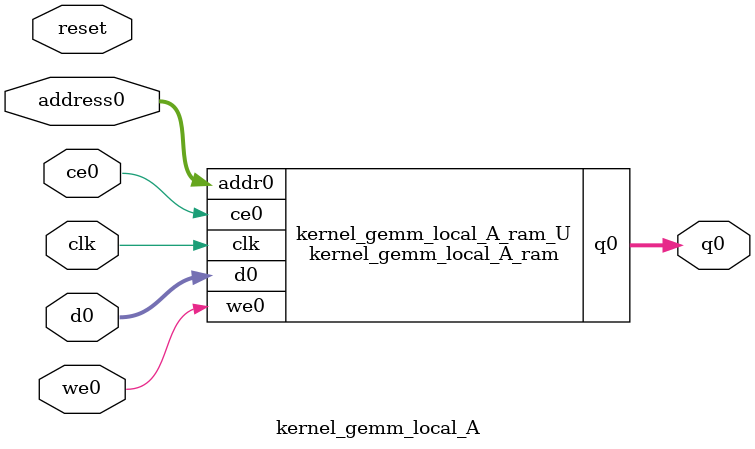
<source format=v>
`timescale 1 ns / 1 ps
module kernel_gemm_local_A_ram (addr0, ce0, d0, we0, q0,  clk);

parameter DWIDTH = 32;
parameter AWIDTH = 14;
parameter MEM_SIZE = 16384;

input[AWIDTH-1:0] addr0;
input ce0;
input[DWIDTH-1:0] d0;
input we0;
output reg[DWIDTH-1:0] q0;
input clk;

(* ram_style = "block" *)reg [DWIDTH-1:0] ram[0:MEM_SIZE-1];




always @(posedge clk)  
begin 
    if (ce0) begin
        if (we0) 
            ram[addr0] <= d0; 
        q0 <= ram[addr0];
    end
end


endmodule

`timescale 1 ns / 1 ps
module kernel_gemm_local_A(
    reset,
    clk,
    address0,
    ce0,
    we0,
    d0,
    q0);

parameter DataWidth = 32'd32;
parameter AddressRange = 32'd16384;
parameter AddressWidth = 32'd14;
input reset;
input clk;
input[AddressWidth - 1:0] address0;
input ce0;
input we0;
input[DataWidth - 1:0] d0;
output[DataWidth - 1:0] q0;



kernel_gemm_local_A_ram kernel_gemm_local_A_ram_U(
    .clk( clk ),
    .addr0( address0 ),
    .ce0( ce0 ),
    .we0( we0 ),
    .d0( d0 ),
    .q0( q0 ));

endmodule


</source>
